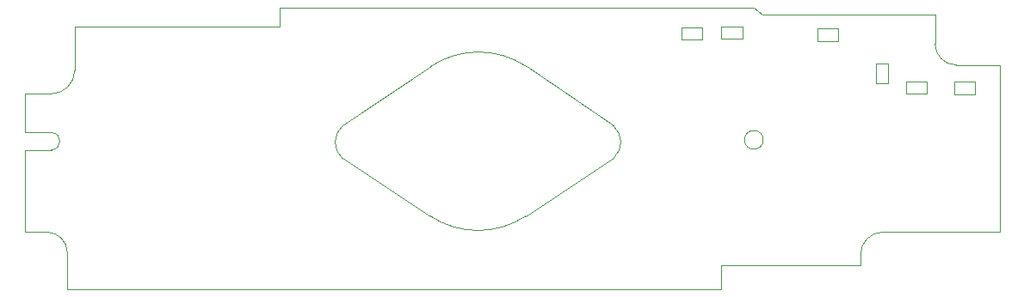
<source format=gbr>
%TF.GenerationSoftware,KiCad,Pcbnew,(7.0.0-40-g49f6a63a06)*%
%TF.CreationDate,2023-02-16T00:57:38+00:00*%
%TF.ProjectId,OPSX,4f505358-2e6b-4696-9361-645f70636258,rev?*%
%TF.SameCoordinates,PX6578900PY6a86820*%
%TF.FileFunction,Profile,NP*%
%FSLAX46Y46*%
G04 Gerber Fmt 4.6, Leading zero omitted, Abs format (unit mm)*
G04 Created by KiCad (PCBNEW (7.0.0-40-g49f6a63a06)) date 2023-02-16 00:57:38*
%MOMM*%
%LPD*%
G01*
G04 APERTURE LIST*
%TA.AperFunction,Profile*%
%ADD10C,0.120000*%
%TD*%
%TA.AperFunction,Profile*%
%ADD11C,0.050000*%
%TD*%
G04 APERTURE END LIST*
D10*
%TO.C,U1*%
X-5911750Y17669850D02*
X-3323850Y17669851D01*
X-5911750Y13842550D02*
X-5911750Y17669850D01*
X-5911750Y12142250D02*
X-3323850Y12141950D01*
X-5911750Y4033252D02*
X-5911750Y12142250D01*
X-3786350Y4033252D02*
X-5911750Y4033252D01*
X-3323850Y13842550D02*
X-5911750Y13842550D01*
X-1745350Y-1615350D02*
X-1745348Y1992250D01*
X-1013917Y24292250D02*
X19173750Y24292250D01*
X-1013917Y19992250D02*
X-1013917Y24292250D01*
X19173750Y26195350D02*
X65813650Y26195350D01*
X19173750Y24292250D02*
X19173750Y26195350D01*
X25303309Y11306225D02*
X33957350Y5616724D01*
X34013650Y20369205D02*
X25364929Y14532875D01*
X43365585Y5613817D02*
X52009750Y11314850D01*
X43413650Y20369205D02*
X51956826Y14541710D01*
X62555950Y793550D02*
X62555950Y-1615350D01*
X62555950Y-1615350D02*
X-1745350Y-1615350D01*
X65813650Y26195350D02*
X66606050Y25457050D01*
X66606050Y25457050D02*
X83635650Y25457050D01*
X76311850Y1842250D02*
X76311850Y793550D01*
X76311850Y793550D02*
X62555950Y793550D01*
X83635650Y25457050D02*
X83635650Y22592350D01*
X85713650Y20514350D02*
X89971750Y20514350D01*
X89971750Y20514350D02*
X89971750Y4022950D01*
X89971750Y4022950D02*
X78492550Y4022950D01*
X58663650Y24242250D02*
X60713650Y24242250D01*
X60713650Y24242250D02*
X60713650Y23042250D01*
X60713650Y23042250D02*
X58663650Y23042250D01*
X58663650Y23042250D02*
X58663650Y24242250D01*
X62613650Y24292250D02*
X64663650Y24292250D01*
X64663650Y24292250D02*
X64663650Y23092250D01*
X64663650Y23092250D02*
X62613650Y23092250D01*
X62613650Y23092250D02*
X62613650Y24292250D01*
X72063650Y24092250D02*
X74113650Y24092250D01*
X74113650Y24092250D02*
X74113650Y22892250D01*
X74113650Y22892250D02*
X72063650Y22892250D01*
X72063650Y22892250D02*
X72063650Y24092250D01*
X77813650Y18692250D02*
X79013650Y18692250D01*
X79013650Y18692250D02*
X79013650Y20692250D01*
X79013650Y20692250D02*
X77813650Y20692250D01*
X77813650Y20692250D02*
X77813650Y18692250D01*
X80788650Y18892250D02*
X82838650Y18892250D01*
X82838650Y18892250D02*
X82838650Y17692250D01*
X82838650Y17692250D02*
X80788650Y17692250D01*
X80788650Y17692250D02*
X80788650Y18892250D01*
X85513650Y18842250D02*
X87563650Y18842250D01*
X87563650Y18842250D02*
X87563650Y17642250D01*
X87563650Y17642250D02*
X85513650Y17642250D01*
X85513650Y17642250D02*
X85513650Y18842250D01*
X-1745348Y1992250D02*
G75*
G03*
X-3786350Y4033252I-2041003J-1D01*
G01*
X-3323850Y12141950D02*
G75*
G03*
X-3323850Y13842550I0J850300D01*
G01*
X-3323850Y17669852D02*
G75*
G03*
X-1013917Y19992250I-12498J2322397D01*
G01*
X25364930Y14532874D02*
G75*
G03*
X25303310Y11306226I1398719J-1640624D01*
G01*
X38713650Y21792249D02*
G75*
G03*
X34013651Y20369204I0J-8473047D01*
G01*
X43413650Y20369205D02*
G75*
G03*
X38713650Y21792250I-4700000J-7050005D01*
G01*
X33957350Y5616724D02*
G75*
G03*
X43365585Y5613817I4706300J7062301D01*
G01*
X52009749Y11314851D02*
G75*
G03*
X51956826Y14541710I-1448359J1590109D01*
G01*
X78492550Y4022950D02*
G75*
G03*
X76311850Y1842250I0J-2180700D01*
G01*
X83635650Y22592350D02*
G75*
G03*
X85713650Y20514350I2078000J0D01*
G01*
D11*
X66725050Y13129850D02*
G75*
G03*
X66725050Y13129850I-920000J0D01*
G01*
%TD*%
M02*

</source>
